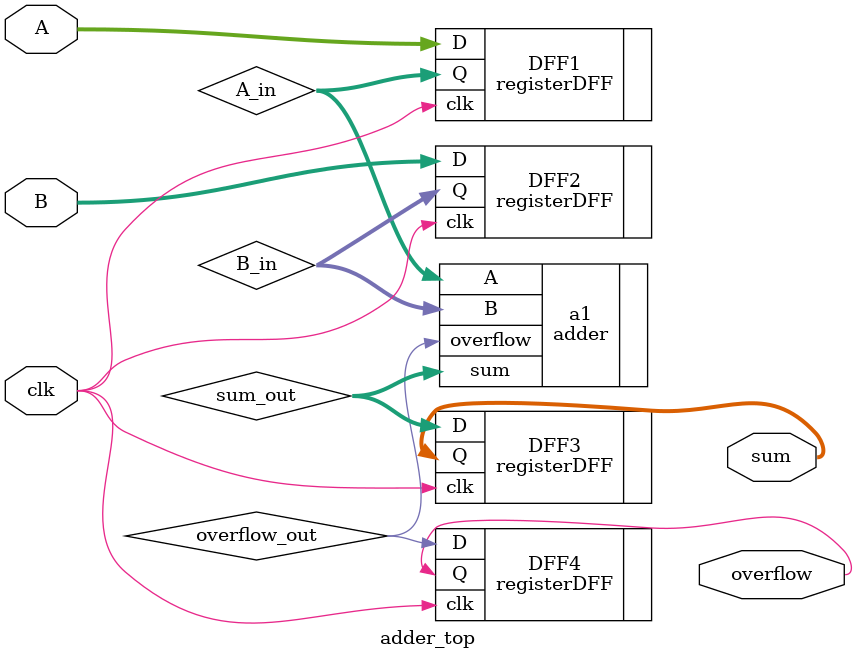
<source format=v>
module adder_top (
	input 		  clk,
	input  [24:0] A,
	input  [24:0] B,
	output [24:0] sum,
	output        overflow
);
	
wire [24:0]	A_in;
wire [24:0]	B_in;
wire [24:0] sum_out;
wire        overflow_out;

registerDFF #(.WIDTH(25)) DFF1(.clk(clk), .D(A),            .Q(A_in) 	);
registerDFF #(.WIDTH(25)) DFF2(.clk(clk), .D(B),            .Q(B_in) 	);
registerDFF #(.WIDTH(25)) DFF3(.clk(clk), .D(sum_out),      .Q(sum)	 	);
registerDFF #(.WIDTH(1))  DFF4(.clk(clk), .D(overflow_out), .Q(overflow));

adder a1(.A(A_in), .B(B_in), .sum(sum_out), .overflow(overflow_out));

endmodule
</source>
